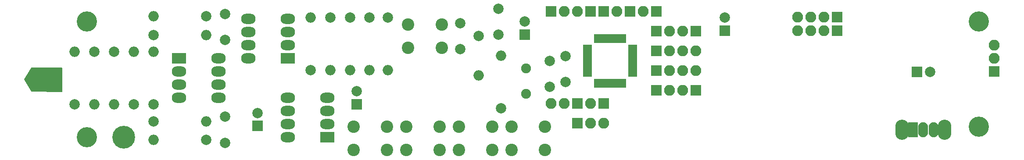
<source format=gbr>
G04 #@! TF.GenerationSoftware,KiCad,Pcbnew,(5.1.2-1)-1*
G04 #@! TF.CreationDate,2019-09-24T13:43:54+08:00*
G04 #@! TF.ProjectId,osilloscopen,6f73696c-6c6f-4736-936f-70656e2e6b69,rev?*
G04 #@! TF.SameCoordinates,Original*
G04 #@! TF.FileFunction,Soldermask,Bot*
G04 #@! TF.FilePolarity,Negative*
%FSLAX46Y46*%
G04 Gerber Fmt 4.6, Leading zero omitted, Abs format (unit mm)*
G04 Created by KiCad (PCBNEW (5.1.2-1)-1) date 2019-09-24 13:43:54*
%MOMM*%
%LPD*%
G04 APERTURE LIST*
%ADD10C,0.150000*%
%ADD11C,3.900000*%
%ADD12C,2.000000*%
%ADD13R,2.000000X2.000000*%
%ADD14R,2.100000X2.100000*%
%ADD15O,2.100000X2.100000*%
%ADD16O,2.000000X2.000000*%
%ADD17C,2.400000*%
%ADD18O,2.800000X2.000000*%
%ADD19R,2.800000X2.000000*%
%ADD20R,1.700000X0.650000*%
%ADD21R,0.650000X1.700000*%
%ADD22C,1.900000*%
%ADD23R,1.900000X2.900000*%
%ADD24O,1.900000X2.900000*%
%ADD25O,2.600000X3.900000*%
%ADD26C,4.400500*%
G04 APERTURE END LIST*
D10*
G36*
X92303600Y-97332800D02*
G01*
X86487000Y-97256600D01*
X85166200Y-94996000D01*
X86487000Y-92811600D01*
X92303600Y-92811600D01*
X92303600Y-97332800D01*
G37*
X92303600Y-97332800D02*
X86487000Y-97256600D01*
X85166200Y-94996000D01*
X86487000Y-92811600D01*
X92303600Y-92811600D01*
X92303600Y-97332800D01*
D11*
X269240000Y-104140000D03*
X269240000Y-83820000D03*
X97155000Y-83820000D03*
D12*
X130048000Y-101513000D03*
D13*
X130048000Y-104013000D03*
D14*
X186690000Y-81915000D03*
D15*
X189230000Y-81915000D03*
X191770000Y-81915000D03*
D16*
X151638000Y-93218000D03*
D12*
X151638000Y-83058000D03*
D15*
X214630000Y-93345000D03*
X212090000Y-93345000D03*
X209550000Y-93345000D03*
D14*
X207010000Y-93345000D03*
X241935000Y-85623400D03*
D15*
X239395000Y-85623400D03*
X236855000Y-85623400D03*
X234315000Y-85623400D03*
D14*
X88900000Y-95250000D03*
X272270000Y-93460000D03*
D15*
X272270000Y-90920000D03*
X272270000Y-88380000D03*
D13*
X149225000Y-99822000D03*
D12*
X149225000Y-97322000D03*
D13*
X181610000Y-86360000D03*
D12*
X181610000Y-83860000D03*
X220218000Y-83098000D03*
D13*
X220218000Y-85598000D03*
X257378200Y-93599000D03*
D12*
X259878200Y-93599000D03*
X172720000Y-86614000D03*
D16*
X172720000Y-94234000D03*
D12*
X94742000Y-99822000D03*
D16*
X94742000Y-89662000D03*
X98552000Y-99822000D03*
D12*
X98552000Y-89662000D03*
X102362000Y-89662000D03*
D16*
X102362000Y-99822000D03*
D12*
X106172000Y-99822000D03*
D16*
X106172000Y-89662000D03*
D12*
X120142000Y-106680000D03*
D16*
X109982000Y-106680000D03*
X120142000Y-103124000D03*
D12*
X109982000Y-103124000D03*
X120142000Y-82804000D03*
D16*
X109982000Y-82804000D03*
X120142000Y-86487000D03*
D12*
X109982000Y-86487000D03*
D16*
X109982000Y-89662000D03*
D12*
X109982000Y-99822000D03*
D16*
X140335000Y-83058000D03*
D12*
X140335000Y-93218000D03*
X144145000Y-83058000D03*
D16*
X144145000Y-93218000D03*
D12*
X177038000Y-100584000D03*
D16*
X177038000Y-90424000D03*
D17*
X179070000Y-108640000D03*
X179070000Y-104140000D03*
X185570000Y-108640000D03*
X185570000Y-104140000D03*
X175410000Y-104140000D03*
X175410000Y-108640000D03*
X168910000Y-104140000D03*
X168910000Y-108640000D03*
X158750000Y-108640000D03*
X158750000Y-104140000D03*
X165250000Y-108640000D03*
X165250000Y-104140000D03*
X155090000Y-104140000D03*
X155090000Y-108640000D03*
X148590000Y-104140000D03*
X148590000Y-108640000D03*
D18*
X122555000Y-90932000D03*
X114935000Y-98552000D03*
X122555000Y-93472000D03*
X114935000Y-96012000D03*
X122555000Y-96012000D03*
X114935000Y-93472000D03*
X122555000Y-98552000D03*
D19*
X114935000Y-90932000D03*
X143510000Y-106172000D03*
D18*
X135890000Y-98552000D03*
X143510000Y-103632000D03*
X135890000Y-101092000D03*
X143510000Y-101092000D03*
X135890000Y-103632000D03*
X143510000Y-98552000D03*
X135890000Y-106172000D03*
D20*
X193770000Y-94190000D03*
X193770000Y-93690000D03*
X193770000Y-93190000D03*
X193770000Y-92690000D03*
X193770000Y-92190000D03*
X193770000Y-91690000D03*
X193770000Y-91190000D03*
X193770000Y-90690000D03*
X193770000Y-90190000D03*
X193770000Y-89690000D03*
X193770000Y-89190000D03*
X193770000Y-88690000D03*
D21*
X195370000Y-87090000D03*
X195870000Y-87090000D03*
X196370000Y-87090000D03*
X196870000Y-87090000D03*
X197370000Y-87090000D03*
X197870000Y-87090000D03*
X198370000Y-87090000D03*
X198870000Y-87090000D03*
X199370000Y-87090000D03*
X199870000Y-87090000D03*
X200370000Y-87090000D03*
X200870000Y-87090000D03*
D20*
X202470000Y-88690000D03*
X202470000Y-89190000D03*
X202470000Y-89690000D03*
X202470000Y-90190000D03*
X202470000Y-90690000D03*
X202470000Y-91190000D03*
X202470000Y-91690000D03*
X202470000Y-92190000D03*
X202470000Y-92690000D03*
X202470000Y-93190000D03*
X202470000Y-93690000D03*
X202470000Y-94190000D03*
D21*
X200870000Y-95790000D03*
X200370000Y-95790000D03*
X199870000Y-95790000D03*
X199370000Y-95790000D03*
X198870000Y-95790000D03*
X198370000Y-95790000D03*
X197870000Y-95790000D03*
X197370000Y-95790000D03*
X196870000Y-95790000D03*
X196370000Y-95790000D03*
X195870000Y-95790000D03*
X195370000Y-95790000D03*
D22*
X181864000Y-97790000D03*
X181864000Y-92910000D03*
D23*
X256540000Y-104775000D03*
D24*
X258540000Y-104775000D03*
X260540000Y-104775000D03*
D25*
X254440000Y-104775000D03*
X262640000Y-104775000D03*
D14*
X214630000Y-85725000D03*
X207010000Y-89535000D03*
D15*
X209550000Y-89535000D03*
X212090000Y-89535000D03*
X214630000Y-89535000D03*
D14*
X214630000Y-97155000D03*
D15*
X186690000Y-99695000D03*
X189230000Y-99695000D03*
D14*
X191770000Y-99695000D03*
X194310000Y-81915000D03*
X196850000Y-81915000D03*
D15*
X199390000Y-81915000D03*
D14*
X207010000Y-97155000D03*
D15*
X209550000Y-97155000D03*
X212090000Y-97155000D03*
D14*
X196850000Y-99695000D03*
D15*
X194310000Y-99695000D03*
X204470000Y-81915000D03*
D14*
X201930000Y-81915000D03*
X207010000Y-81915000D03*
D15*
X212090000Y-85725000D03*
X209550000Y-85725000D03*
D14*
X207010000Y-85725000D03*
X241960400Y-83007200D03*
D15*
X239420400Y-83007200D03*
X236880400Y-83007200D03*
X234340400Y-83007200D03*
D26*
X104267000Y-106172000D03*
D12*
X147955000Y-83058000D03*
D16*
X147955000Y-93218000D03*
D12*
X123825000Y-82376000D03*
X123825000Y-87376000D03*
X123825000Y-102235000D03*
X123825000Y-107235000D03*
X169164000Y-89154000D03*
X169164000Y-84154000D03*
D14*
X191770000Y-103505000D03*
D15*
X194310000Y-103505000D03*
X196850000Y-103505000D03*
D12*
X155194000Y-83058000D03*
D16*
X155194000Y-93218000D03*
D17*
X165608000Y-84400000D03*
X165608000Y-88900000D03*
X159108000Y-84400000D03*
X159108000Y-88900000D03*
D11*
X97155000Y-106172000D03*
D12*
X176530000Y-86360000D03*
X176530000Y-81360000D03*
X186436000Y-96440000D03*
X186436000Y-91440000D03*
X189484000Y-95504000D03*
X189484000Y-90504000D03*
D19*
X135890000Y-90932000D03*
D18*
X128270000Y-83312000D03*
X135890000Y-88392000D03*
X128270000Y-85852000D03*
X135890000Y-85852000D03*
X128270000Y-88392000D03*
X135890000Y-83312000D03*
X128270000Y-90932000D03*
M02*

</source>
